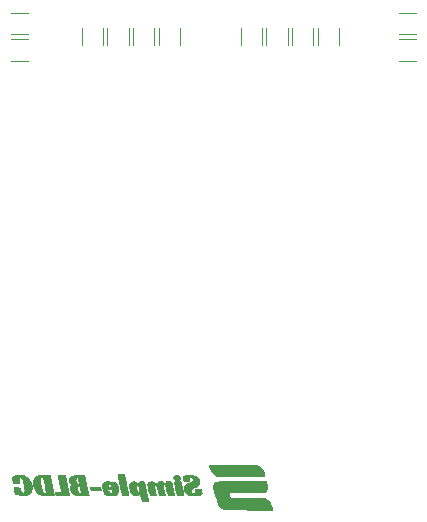
<source format=gbr>
%TF.GenerationSoftware,KiCad,Pcbnew,(5.1.6)-1*%
%TF.CreationDate,2022-01-16T14:30:20+08:00*%
%TF.ProjectId,simple_bldc,73696d70-6c65-45f6-926c-64632e6b6963,1*%
%TF.SameCoordinates,PX6979f40PYa1135a0*%
%TF.FileFunction,Legend,Bot*%
%TF.FilePolarity,Positive*%
%FSLAX46Y46*%
G04 Gerber Fmt 4.6, Leading zero omitted, Abs format (unit mm)*
G04 Created by KiCad (PCBNEW (5.1.6)-1) date 2022-01-16 14:30:20*
%MOMM*%
%LPD*%
G01*
G04 APERTURE LIST*
%ADD10C,0.010000*%
%ADD11C,0.120000*%
G04 APERTURE END LIST*
D10*
%TO.C,H5*%
G36*
X37020864Y7619882D02*
G01*
X36604900Y7619788D01*
X36247703Y7619470D01*
X35944540Y7618800D01*
X35690679Y7617647D01*
X35481387Y7615882D01*
X35311932Y7613376D01*
X35177580Y7609999D01*
X35073599Y7605622D01*
X34995256Y7600115D01*
X34937819Y7593348D01*
X34896555Y7585193D01*
X34866731Y7575520D01*
X34843614Y7564199D01*
X34836734Y7560130D01*
X34750714Y7481985D01*
X34678886Y7372666D01*
X34637396Y7259344D01*
X34632900Y7217105D01*
X34642171Y7149965D01*
X34667809Y7033662D01*
X34706556Y6879420D01*
X34755152Y6698466D01*
X34810337Y6502025D01*
X34868851Y6301324D01*
X34927436Y6107588D01*
X34982832Y5932045D01*
X35031779Y5785919D01*
X35071017Y5680436D01*
X35092577Y5633953D01*
X35215012Y5483500D01*
X35382068Y5362940D01*
X35577773Y5283182D01*
X35621837Y5272461D01*
X35692231Y5264589D01*
X35824247Y5257702D01*
X36016017Y5251831D01*
X36265670Y5247007D01*
X36571335Y5243259D01*
X36931144Y5240618D01*
X37343226Y5239114D01*
X37701780Y5238750D01*
X39624534Y5238750D01*
X39603879Y5326063D01*
X39531561Y5575521D01*
X39442558Y5771680D01*
X39330630Y5923874D01*
X39189537Y6041440D01*
X39086485Y6100137D01*
X38935025Y6175375D01*
X37504582Y6184798D01*
X36074139Y6194220D01*
X36020270Y6396384D01*
X35992354Y6508485D01*
X35972885Y6600685D01*
X35966400Y6648899D01*
X35971325Y6660771D01*
X35989620Y6670637D01*
X36026565Y6678680D01*
X36087443Y6685082D01*
X36177532Y6690025D01*
X36302114Y6693690D01*
X36466471Y6696260D01*
X36675882Y6697915D01*
X36935628Y6698839D01*
X37250990Y6699213D01*
X37428477Y6699250D01*
X37782332Y6699336D01*
X38078396Y6699938D01*
X38322378Y6701573D01*
X38519987Y6704758D01*
X38676932Y6710009D01*
X38798922Y6717844D01*
X38891667Y6728779D01*
X38960875Y6743332D01*
X39012255Y6762018D01*
X39051516Y6785356D01*
X39084368Y6813861D01*
X39116520Y6848051D01*
X39120483Y6852429D01*
X39181312Y6958158D01*
X39212788Y7093238D01*
X39208632Y7227855D01*
X39203942Y7248502D01*
X39178109Y7347170D01*
X39148198Y7461995D01*
X39142209Y7485063D01*
X39107203Y7620000D01*
X37020864Y7619882D01*
G37*
X37020864Y7619882D02*
X36604900Y7619788D01*
X36247703Y7619470D01*
X35944540Y7618800D01*
X35690679Y7617647D01*
X35481387Y7615882D01*
X35311932Y7613376D01*
X35177580Y7609999D01*
X35073599Y7605622D01*
X34995256Y7600115D01*
X34937819Y7593348D01*
X34896555Y7585193D01*
X34866731Y7575520D01*
X34843614Y7564199D01*
X34836734Y7560130D01*
X34750714Y7481985D01*
X34678886Y7372666D01*
X34637396Y7259344D01*
X34632900Y7217105D01*
X34642171Y7149965D01*
X34667809Y7033662D01*
X34706556Y6879420D01*
X34755152Y6698466D01*
X34810337Y6502025D01*
X34868851Y6301324D01*
X34927436Y6107588D01*
X34982832Y5932045D01*
X35031779Y5785919D01*
X35071017Y5680436D01*
X35092577Y5633953D01*
X35215012Y5483500D01*
X35382068Y5362940D01*
X35577773Y5283182D01*
X35621837Y5272461D01*
X35692231Y5264589D01*
X35824247Y5257702D01*
X36016017Y5251831D01*
X36265670Y5247007D01*
X36571335Y5243259D01*
X36931144Y5240618D01*
X37343226Y5239114D01*
X37701780Y5238750D01*
X39624534Y5238750D01*
X39603879Y5326063D01*
X39531561Y5575521D01*
X39442558Y5771680D01*
X39330630Y5923874D01*
X39189537Y6041440D01*
X39086485Y6100137D01*
X38935025Y6175375D01*
X37504582Y6184798D01*
X36074139Y6194220D01*
X36020270Y6396384D01*
X35992354Y6508485D01*
X35972885Y6600685D01*
X35966400Y6648899D01*
X35971325Y6660771D01*
X35989620Y6670637D01*
X36026565Y6678680D01*
X36087443Y6685082D01*
X36177532Y6690025D01*
X36302114Y6693690D01*
X36466471Y6696260D01*
X36675882Y6697915D01*
X36935628Y6698839D01*
X37250990Y6699213D01*
X37428477Y6699250D01*
X37782332Y6699336D01*
X38078396Y6699938D01*
X38322378Y6701573D01*
X38519987Y6704758D01*
X38676932Y6710009D01*
X38798922Y6717844D01*
X38891667Y6728779D01*
X38960875Y6743332D01*
X39012255Y6762018D01*
X39051516Y6785356D01*
X39084368Y6813861D01*
X39116520Y6848051D01*
X39120483Y6852429D01*
X39181312Y6958158D01*
X39212788Y7093238D01*
X39208632Y7227855D01*
X39203942Y7248502D01*
X39178109Y7347170D01*
X39148198Y7461995D01*
X39142209Y7485063D01*
X39107203Y7620000D01*
X37020864Y7619882D01*
G36*
X28470311Y7618446D02*
G01*
X28404374Y7609173D01*
X28367224Y7585263D01*
X28341507Y7539799D01*
X28333348Y7520736D01*
X28297727Y7457525D01*
X28270075Y7456776D01*
X28267463Y7460542D01*
X28210192Y7510045D01*
X28111573Y7558180D01*
X27993393Y7596782D01*
X27877438Y7617684D01*
X27843896Y7619303D01*
X27738212Y7608936D01*
X27657600Y7566626D01*
X27609352Y7522837D01*
X27561740Y7472580D01*
X27533983Y7427766D01*
X27522121Y7370758D01*
X27522198Y7283919D01*
X27529207Y7165649D01*
X27564148Y6913926D01*
X27633019Y6714394D01*
X27736572Y6565106D01*
X27773679Y6530525D01*
X27900732Y6462315D01*
X28051552Y6440578D01*
X28206348Y6465583D01*
X28325191Y6523056D01*
X28396842Y6565457D01*
X28443942Y6581721D01*
X28452063Y6578618D01*
X28463539Y6539392D01*
X28483857Y6453378D01*
X28509438Y6336059D01*
X28521428Y6278563D01*
X28578575Y6000750D01*
X29133401Y6000750D01*
X29107208Y6119813D01*
X29092624Y6187636D01*
X29067578Y6305752D01*
X29034571Y6462293D01*
X28996106Y6645389D01*
X28962791Y6804468D01*
X28392681Y6804468D01*
X28382050Y6754289D01*
X28373571Y6741357D01*
X28314619Y6705212D01*
X28250932Y6731505D01*
X28183898Y6819472D01*
X28163838Y6856790D01*
X28121236Y6969310D01*
X28096482Y7092135D01*
X28090298Y7208275D01*
X28103405Y7300741D01*
X28136524Y7352543D01*
X28142670Y7355533D01*
X28208689Y7350397D01*
X28269780Y7285529D01*
X28323510Y7164647D01*
X28361601Y7020531D01*
X28386055Y6888774D01*
X28392681Y6804468D01*
X28962791Y6804468D01*
X28954685Y6843171D01*
X28951584Y6858000D01*
X28910889Y7052360D01*
X28873765Y7229092D01*
X28842495Y7377382D01*
X28819358Y7486420D01*
X28806634Y7545392D01*
X28805922Y7548563D01*
X28791334Y7587198D01*
X28759498Y7608701D01*
X28695015Y7617995D01*
X28582485Y7620000D01*
X28582388Y7620000D01*
X28470311Y7618446D01*
G37*
X28470311Y7618446D02*
X28404374Y7609173D01*
X28367224Y7585263D01*
X28341507Y7539799D01*
X28333348Y7520736D01*
X28297727Y7457525D01*
X28270075Y7456776D01*
X28267463Y7460542D01*
X28210192Y7510045D01*
X28111573Y7558180D01*
X27993393Y7596782D01*
X27877438Y7617684D01*
X27843896Y7619303D01*
X27738212Y7608936D01*
X27657600Y7566626D01*
X27609352Y7522837D01*
X27561740Y7472580D01*
X27533983Y7427766D01*
X27522121Y7370758D01*
X27522198Y7283919D01*
X27529207Y7165649D01*
X27564148Y6913926D01*
X27633019Y6714394D01*
X27736572Y6565106D01*
X27773679Y6530525D01*
X27900732Y6462315D01*
X28051552Y6440578D01*
X28206348Y6465583D01*
X28325191Y6523056D01*
X28396842Y6565457D01*
X28443942Y6581721D01*
X28452063Y6578618D01*
X28463539Y6539392D01*
X28483857Y6453378D01*
X28509438Y6336059D01*
X28521428Y6278563D01*
X28578575Y6000750D01*
X29133401Y6000750D01*
X29107208Y6119813D01*
X29092624Y6187636D01*
X29067578Y6305752D01*
X29034571Y6462293D01*
X28996106Y6645389D01*
X28962791Y6804468D01*
X28392681Y6804468D01*
X28382050Y6754289D01*
X28373571Y6741357D01*
X28314619Y6705212D01*
X28250932Y6731505D01*
X28183898Y6819472D01*
X28163838Y6856790D01*
X28121236Y6969310D01*
X28096482Y7092135D01*
X28090298Y7208275D01*
X28103405Y7300741D01*
X28136524Y7352543D01*
X28142670Y7355533D01*
X28208689Y7350397D01*
X28269780Y7285529D01*
X28323510Y7164647D01*
X28361601Y7020531D01*
X28386055Y6888774D01*
X28392681Y6804468D01*
X28962791Y6804468D01*
X28954685Y6843171D01*
X28951584Y6858000D01*
X28910889Y7052360D01*
X28873765Y7229092D01*
X28842495Y7377382D01*
X28819358Y7486420D01*
X28806634Y7545392D01*
X28805922Y7548563D01*
X28791334Y7587198D01*
X28759498Y7608701D01*
X28695015Y7617995D01*
X28582485Y7620000D01*
X28582388Y7620000D01*
X28470311Y7618446D01*
G36*
X32478151Y8167860D02*
G01*
X32313368Y8145594D01*
X32200508Y8108914D01*
X32131527Y8069585D01*
X32094549Y8025531D01*
X32086265Y7961555D01*
X32103364Y7862465D01*
X32126848Y7770813D01*
X32158848Y7651750D01*
X32600900Y7651750D01*
X32600900Y7774863D01*
X32622046Y7887347D01*
X32677225Y7952691D01*
X32754046Y7967085D01*
X32840122Y7926716D01*
X32897554Y7866127D01*
X32940703Y7789799D01*
X32940291Y7719200D01*
X32932143Y7692689D01*
X32914474Y7652753D01*
X32886514Y7620450D01*
X32837823Y7590538D01*
X32757961Y7557775D01*
X32636488Y7516919D01*
X32492193Y7471746D01*
X32340033Y7410008D01*
X32242029Y7329606D01*
X32189220Y7218829D01*
X32172643Y7065967D01*
X32172606Y7054110D01*
X32197075Y6856986D01*
X32270728Y6699368D01*
X32395131Y6579247D01*
X32571851Y6494612D01*
X32620010Y6479968D01*
X32732983Y6460485D01*
X32885100Y6450013D01*
X33056636Y6448196D01*
X33227864Y6454678D01*
X33379057Y6469104D01*
X33490488Y6491117D01*
X33505008Y6495933D01*
X33589666Y6530486D01*
X33647681Y6560626D01*
X33656597Y6567497D01*
X33663246Y6609872D01*
X33653717Y6692458D01*
X33637961Y6765114D01*
X33593970Y6937375D01*
X33351435Y6946649D01*
X33108900Y6955922D01*
X33108900Y6845729D01*
X33086725Y6733001D01*
X33029768Y6662781D01*
X32952382Y6637354D01*
X32868923Y6659006D01*
X32793742Y6730021D01*
X32761346Y6790407D01*
X32738901Y6879710D01*
X32757933Y6950041D01*
X32815721Y7014256D01*
X32904178Y7073200D01*
X32993475Y7108558D01*
X33021715Y7112000D01*
X33072339Y7125436D01*
X33157415Y7160054D01*
X33226694Y7192734D01*
X33368674Y7287341D01*
X33452434Y7403635D01*
X33481324Y7547768D01*
X33474162Y7647200D01*
X33422432Y7792117D01*
X33318183Y7926325D01*
X33172393Y8038798D01*
X33008936Y8114305D01*
X32847141Y8152357D01*
X32663144Y8170162D01*
X32478151Y8167860D01*
G37*
X32478151Y8167860D02*
X32313368Y8145594D01*
X32200508Y8108914D01*
X32131527Y8069585D01*
X32094549Y8025531D01*
X32086265Y7961555D01*
X32103364Y7862465D01*
X32126848Y7770813D01*
X32158848Y7651750D01*
X32600900Y7651750D01*
X32600900Y7774863D01*
X32622046Y7887347D01*
X32677225Y7952691D01*
X32754046Y7967085D01*
X32840122Y7926716D01*
X32897554Y7866127D01*
X32940703Y7789799D01*
X32940291Y7719200D01*
X32932143Y7692689D01*
X32914474Y7652753D01*
X32886514Y7620450D01*
X32837823Y7590538D01*
X32757961Y7557775D01*
X32636488Y7516919D01*
X32492193Y7471746D01*
X32340033Y7410008D01*
X32242029Y7329606D01*
X32189220Y7218829D01*
X32172643Y7065967D01*
X32172606Y7054110D01*
X32197075Y6856986D01*
X32270728Y6699368D01*
X32395131Y6579247D01*
X32571851Y6494612D01*
X32620010Y6479968D01*
X32732983Y6460485D01*
X32885100Y6450013D01*
X33056636Y6448196D01*
X33227864Y6454678D01*
X33379057Y6469104D01*
X33490488Y6491117D01*
X33505008Y6495933D01*
X33589666Y6530486D01*
X33647681Y6560626D01*
X33656597Y6567497D01*
X33663246Y6609872D01*
X33653717Y6692458D01*
X33637961Y6765114D01*
X33593970Y6937375D01*
X33351435Y6946649D01*
X33108900Y6955922D01*
X33108900Y6845729D01*
X33086725Y6733001D01*
X33029768Y6662781D01*
X32952382Y6637354D01*
X32868923Y6659006D01*
X32793742Y6730021D01*
X32761346Y6790407D01*
X32738901Y6879710D01*
X32757933Y6950041D01*
X32815721Y7014256D01*
X32904178Y7073200D01*
X32993475Y7108558D01*
X33021715Y7112000D01*
X33072339Y7125436D01*
X33157415Y7160054D01*
X33226694Y7192734D01*
X33368674Y7287341D01*
X33452434Y7403635D01*
X33481324Y7547768D01*
X33474162Y7647200D01*
X33422432Y7792117D01*
X33318183Y7926325D01*
X33172393Y8038798D01*
X33008936Y8114305D01*
X32847141Y8152357D01*
X32663144Y8170162D01*
X32478151Y8167860D01*
G36*
X31457256Y7616885D02*
G01*
X31370625Y7606857D01*
X31333335Y7588894D01*
X31330653Y7580313D01*
X31336981Y7537582D01*
X31354687Y7443674D01*
X31381600Y7309449D01*
X31415550Y7145767D01*
X31448031Y6992938D01*
X31565656Y6445250D01*
X32116452Y6445250D01*
X32090940Y6580188D01*
X32074659Y6662074D01*
X32048448Y6789341D01*
X32015838Y6945309D01*
X31980355Y7113303D01*
X31945530Y7276644D01*
X31914890Y7418655D01*
X31891965Y7522658D01*
X31886052Y7548563D01*
X31873705Y7583322D01*
X31847600Y7604504D01*
X31794377Y7615448D01*
X31700681Y7619490D01*
X31600171Y7620000D01*
X31457256Y7616885D01*
G37*
X31457256Y7616885D02*
X31370625Y7606857D01*
X31333335Y7588894D01*
X31330653Y7580313D01*
X31336981Y7537582D01*
X31354687Y7443674D01*
X31381600Y7309449D01*
X31415550Y7145767D01*
X31448031Y6992938D01*
X31565656Y6445250D01*
X32116452Y6445250D01*
X32090940Y6580188D01*
X32074659Y6662074D01*
X32048448Y6789341D01*
X32015838Y6945309D01*
X31980355Y7113303D01*
X31945530Y7276644D01*
X31914890Y7418655D01*
X31891965Y7522658D01*
X31886052Y7548563D01*
X31873705Y7583322D01*
X31847600Y7604504D01*
X31794377Y7615448D01*
X31700681Y7619490D01*
X31600171Y7620000D01*
X31457256Y7616885D01*
G36*
X29261962Y7607410D02*
G01*
X29154722Y7536219D01*
X29154509Y7535989D01*
X29115982Y7487398D01*
X29092011Y7433469D01*
X29082793Y7363909D01*
X29088527Y7268423D01*
X29109409Y7136717D01*
X29145638Y6958499D01*
X29167525Y6858000D01*
X29254960Y6461125D01*
X29515055Y6451904D01*
X29647880Y6449405D01*
X29728260Y6454413D01*
X29766962Y6468392D01*
X29775150Y6487225D01*
X29769071Y6534150D01*
X29752491Y6629601D01*
X29727903Y6759949D01*
X29697797Y6911564D01*
X29695980Y6920497D01*
X29667124Y7070879D01*
X29645877Y7198946D01*
X29634145Y7291791D01*
X29633834Y7336511D01*
X29634354Y7337613D01*
X29683032Y7364673D01*
X29752759Y7353591D01*
X29815218Y7310438D01*
X29835118Y7266300D01*
X29864420Y7174824D01*
X29899400Y7050800D01*
X29936334Y6909021D01*
X29971500Y6764277D01*
X30001173Y6631359D01*
X30021631Y6525057D01*
X30029150Y6460620D01*
X30058410Y6453525D01*
X30136238Y6448164D01*
X30247709Y6445427D01*
X30286592Y6445250D01*
X30413348Y6446083D01*
X30488594Y6450954D01*
X30524319Y6463422D01*
X30532510Y6487047D01*
X30527222Y6516688D01*
X30492714Y6672125D01*
X30459848Y6835778D01*
X30430845Y6994544D01*
X30407929Y7135323D01*
X30393323Y7245011D01*
X30389250Y7310506D01*
X30390802Y7320774D01*
X30430371Y7361430D01*
X30450711Y7366001D01*
X30504527Y7355756D01*
X30549239Y7319530D01*
X30588872Y7249087D01*
X30627448Y7136192D01*
X30668990Y6972607D01*
X30691119Y6873875D01*
X30781160Y6461125D01*
X31056030Y6451952D01*
X31179167Y6448820D01*
X31273759Y6448276D01*
X31325385Y6450321D01*
X31330786Y6451952D01*
X31324435Y6488754D01*
X31307306Y6575307D01*
X31281991Y6699288D01*
X31251085Y6848373D01*
X31217181Y7010237D01*
X31182873Y7172556D01*
X31150755Y7323006D01*
X31123419Y7449262D01*
X31103460Y7539001D01*
X31093471Y7579898D01*
X31093327Y7580313D01*
X31050990Y7605476D01*
X30947520Y7618289D01*
X30869870Y7620001D01*
X30757379Y7618506D01*
X30691749Y7609687D01*
X30656345Y7587037D01*
X30634534Y7544050D01*
X30627850Y7525346D01*
X30594853Y7430691D01*
X30483523Y7515607D01*
X30374088Y7574662D01*
X30242731Y7610612D01*
X30109874Y7621391D01*
X29995934Y7604932D01*
X29932770Y7571352D01*
X29885571Y7514229D01*
X29870400Y7473516D01*
X29846604Y7462261D01*
X29776982Y7491133D01*
X29719588Y7524117D01*
X29554406Y7601149D01*
X29398527Y7628983D01*
X29261962Y7607410D01*
G37*
X29261962Y7607410D02*
X29154722Y7536219D01*
X29154509Y7535989D01*
X29115982Y7487398D01*
X29092011Y7433469D01*
X29082793Y7363909D01*
X29088527Y7268423D01*
X29109409Y7136717D01*
X29145638Y6958499D01*
X29167525Y6858000D01*
X29254960Y6461125D01*
X29515055Y6451904D01*
X29647880Y6449405D01*
X29728260Y6454413D01*
X29766962Y6468392D01*
X29775150Y6487225D01*
X29769071Y6534150D01*
X29752491Y6629601D01*
X29727903Y6759949D01*
X29697797Y6911564D01*
X29695980Y6920497D01*
X29667124Y7070879D01*
X29645877Y7198946D01*
X29634145Y7291791D01*
X29633834Y7336511D01*
X29634354Y7337613D01*
X29683032Y7364673D01*
X29752759Y7353591D01*
X29815218Y7310438D01*
X29835118Y7266300D01*
X29864420Y7174824D01*
X29899400Y7050800D01*
X29936334Y6909021D01*
X29971500Y6764277D01*
X30001173Y6631359D01*
X30021631Y6525057D01*
X30029150Y6460620D01*
X30058410Y6453525D01*
X30136238Y6448164D01*
X30247709Y6445427D01*
X30286592Y6445250D01*
X30413348Y6446083D01*
X30488594Y6450954D01*
X30524319Y6463422D01*
X30532510Y6487047D01*
X30527222Y6516688D01*
X30492714Y6672125D01*
X30459848Y6835778D01*
X30430845Y6994544D01*
X30407929Y7135323D01*
X30393323Y7245011D01*
X30389250Y7310506D01*
X30390802Y7320774D01*
X30430371Y7361430D01*
X30450711Y7366001D01*
X30504527Y7355756D01*
X30549239Y7319530D01*
X30588872Y7249087D01*
X30627448Y7136192D01*
X30668990Y6972607D01*
X30691119Y6873875D01*
X30781160Y6461125D01*
X31056030Y6451952D01*
X31179167Y6448820D01*
X31273759Y6448276D01*
X31325385Y6450321D01*
X31330786Y6451952D01*
X31324435Y6488754D01*
X31307306Y6575307D01*
X31281991Y6699288D01*
X31251085Y6848373D01*
X31217181Y7010237D01*
X31182873Y7172556D01*
X31150755Y7323006D01*
X31123419Y7449262D01*
X31103460Y7539001D01*
X31093471Y7579898D01*
X31093327Y7580313D01*
X31050990Y7605476D01*
X30947520Y7618289D01*
X30869870Y7620001D01*
X30757379Y7618506D01*
X30691749Y7609687D01*
X30656345Y7587037D01*
X30634534Y7544050D01*
X30627850Y7525346D01*
X30594853Y7430691D01*
X30483523Y7515607D01*
X30374088Y7574662D01*
X30242731Y7610612D01*
X30109874Y7621391D01*
X29995934Y7604932D01*
X29932770Y7571352D01*
X29885571Y7514229D01*
X29870400Y7473516D01*
X29846604Y7462261D01*
X29776982Y7491133D01*
X29719588Y7524117D01*
X29554406Y7601149D01*
X29398527Y7628983D01*
X29261962Y7607410D01*
G36*
X26682590Y8254305D02*
G01*
X26600878Y8250135D01*
X26559543Y8239361D01*
X26547024Y8218855D01*
X26551760Y8185490D01*
X26552210Y8183563D01*
X26566270Y8120815D01*
X26590191Y8010971D01*
X26621907Y7863766D01*
X26659353Y7688933D01*
X26700463Y7496206D01*
X26743173Y7295318D01*
X26785416Y7096004D01*
X26825127Y6907996D01*
X26860240Y6741030D01*
X26888691Y6604837D01*
X26908412Y6509153D01*
X26917340Y6463710D01*
X26917650Y6461432D01*
X26946987Y6454169D01*
X27025350Y6448594D01*
X27138274Y6445561D01*
X27191680Y6445250D01*
X27465709Y6445250D01*
X27446712Y6564313D01*
X27435006Y6627896D01*
X27412162Y6743576D01*
X27380221Y6901330D01*
X27341225Y7091139D01*
X27297215Y7302980D01*
X27262377Y7469188D01*
X27097039Y8255000D01*
X26816240Y8255000D01*
X26682590Y8254305D01*
G37*
X26682590Y8254305D02*
X26600878Y8250135D01*
X26559543Y8239361D01*
X26547024Y8218855D01*
X26551760Y8185490D01*
X26552210Y8183563D01*
X26566270Y8120815D01*
X26590191Y8010971D01*
X26621907Y7863766D01*
X26659353Y7688933D01*
X26700463Y7496206D01*
X26743173Y7295318D01*
X26785416Y7096004D01*
X26825127Y6907996D01*
X26860240Y6741030D01*
X26888691Y6604837D01*
X26908412Y6509153D01*
X26917340Y6463710D01*
X26917650Y6461432D01*
X26946987Y6454169D01*
X27025350Y6448594D01*
X27138274Y6445561D01*
X27191680Y6445250D01*
X27465709Y6445250D01*
X27446712Y6564313D01*
X27435006Y6627896D01*
X27412162Y6743576D01*
X27380221Y6901330D01*
X27341225Y7091139D01*
X27297215Y7302980D01*
X27262377Y7469188D01*
X27097039Y8255000D01*
X26816240Y8255000D01*
X26682590Y8254305D01*
G36*
X25617544Y7617011D02*
G01*
X25521129Y7605464D01*
X25448888Y7581497D01*
X25390408Y7547495D01*
X25289806Y7445506D01*
X25244013Y7316400D01*
X25255527Y7169050D01*
X25270760Y7122004D01*
X25316808Y7000875D01*
X25706104Y6991948D01*
X26095400Y6983020D01*
X26085838Y6817323D01*
X26076422Y6718187D01*
X26058103Y6666163D01*
X26023587Y6644880D01*
X26007659Y6641849D01*
X25938618Y6658649D01*
X25860222Y6731193D01*
X25848909Y6745036D01*
X25795555Y6806855D01*
X25746494Y6840680D01*
X25680035Y6854919D01*
X25574490Y6857983D01*
X25557547Y6858000D01*
X25356319Y6858000D01*
X25377873Y6723063D01*
X25402821Y6629448D01*
X25438822Y6560274D01*
X25450634Y6548144D01*
X25548122Y6500443D01*
X25689534Y6466337D01*
X25856581Y6446696D01*
X26030977Y6442390D01*
X26194434Y6454287D01*
X26328664Y6483258D01*
X26378396Y6504039D01*
X26515807Y6608916D01*
X26600001Y6748084D01*
X26629529Y6919062D01*
X26629485Y6934133D01*
X26602293Y7147910D01*
X26596542Y7161202D01*
X26028650Y7161202D01*
X26011547Y7129096D01*
X25952022Y7114321D01*
X25885775Y7112000D01*
X25742900Y7112000D01*
X25742900Y7268105D01*
X25752622Y7380495D01*
X25784185Y7436240D01*
X25841193Y7439516D01*
X25877509Y7424269D01*
X25935042Y7370728D01*
X25989543Y7284653D01*
X26024104Y7195476D01*
X26028650Y7161202D01*
X26596542Y7161202D01*
X26527292Y7321252D01*
X26403868Y7454640D01*
X26231409Y7548557D01*
X26009302Y7603485D01*
X25757708Y7620000D01*
X25617544Y7617011D01*
G37*
X25617544Y7617011D02*
X25521129Y7605464D01*
X25448888Y7581497D01*
X25390408Y7547495D01*
X25289806Y7445506D01*
X25244013Y7316400D01*
X25255527Y7169050D01*
X25270760Y7122004D01*
X25316808Y7000875D01*
X25706104Y6991948D01*
X26095400Y6983020D01*
X26085838Y6817323D01*
X26076422Y6718187D01*
X26058103Y6666163D01*
X26023587Y6644880D01*
X26007659Y6641849D01*
X25938618Y6658649D01*
X25860222Y6731193D01*
X25848909Y6745036D01*
X25795555Y6806855D01*
X25746494Y6840680D01*
X25680035Y6854919D01*
X25574490Y6857983D01*
X25557547Y6858000D01*
X25356319Y6858000D01*
X25377873Y6723063D01*
X25402821Y6629448D01*
X25438822Y6560274D01*
X25450634Y6548144D01*
X25548122Y6500443D01*
X25689534Y6466337D01*
X25856581Y6446696D01*
X26030977Y6442390D01*
X26194434Y6454287D01*
X26328664Y6483258D01*
X26378396Y6504039D01*
X26515807Y6608916D01*
X26600001Y6748084D01*
X26629529Y6919062D01*
X26629485Y6934133D01*
X26602293Y7147910D01*
X26596542Y7161202D01*
X26028650Y7161202D01*
X26011547Y7129096D01*
X25952022Y7114321D01*
X25885775Y7112000D01*
X25742900Y7112000D01*
X25742900Y7268105D01*
X25752622Y7380495D01*
X25784185Y7436240D01*
X25841193Y7439516D01*
X25877509Y7424269D01*
X25935042Y7370728D01*
X25989543Y7284653D01*
X26024104Y7195476D01*
X26028650Y7161202D01*
X26596542Y7161202D01*
X26527292Y7321252D01*
X26403868Y7454640D01*
X26231409Y7548557D01*
X26009302Y7603485D01*
X25757708Y7620000D01*
X25617544Y7617011D01*
G36*
X23369175Y8158566D02*
G01*
X23210758Y8152261D01*
X23051122Y8142632D01*
X22902663Y8130240D01*
X22777778Y8115645D01*
X22688865Y8099409D01*
X22660684Y8090382D01*
X22543291Y8008989D01*
X22473344Y7896638D01*
X22452103Y7765951D01*
X22480830Y7629550D01*
X22560786Y7500058D01*
X22597887Y7461683D01*
X22717430Y7350125D01*
X22629561Y7278568D01*
X22553754Y7179112D01*
X22521092Y7051276D01*
X22529495Y6911255D01*
X22576884Y6775246D01*
X22661180Y6659443D01*
X22714711Y6615402D01*
X22796697Y6562710D01*
X22873344Y6523633D01*
X22956488Y6495835D01*
X23057966Y6476984D01*
X23189617Y6464745D01*
X23363276Y6456784D01*
X23544213Y6451837D01*
X23722677Y6448612D01*
X23876809Y6447675D01*
X23996381Y6448937D01*
X24071168Y6452308D01*
X24091900Y6456626D01*
X24085540Y6491178D01*
X24067619Y6579495D01*
X24048817Y6670133D01*
X23450637Y6670133D01*
X23434318Y6643818D01*
X23399625Y6638120D01*
X23354727Y6641676D01*
X23264264Y6670427D01*
X23189598Y6745785D01*
X23180102Y6759508D01*
X23119601Y6899424D01*
X23107650Y7015096D01*
X23119306Y7136874D01*
X23158602Y7207822D01*
X23232033Y7236987D01*
X23268406Y7239000D01*
X23310365Y7235293D01*
X23339274Y7215899D01*
X23361602Y7168412D01*
X23383817Y7080423D01*
X23404955Y6977063D01*
X23434393Y6826327D01*
X23450141Y6727493D01*
X23450637Y6670133D01*
X24048817Y6670133D01*
X24039872Y6713250D01*
X24004040Y6884114D01*
X23961858Y7083762D01*
X23917337Y7293205D01*
X23883361Y7453313D01*
X23296849Y7453313D01*
X23273112Y7431722D01*
X23209726Y7436595D01*
X23128521Y7464752D01*
X23041188Y7538334D01*
X22991658Y7659821D01*
X22980650Y7776357D01*
X22998872Y7886565D01*
X23049691Y7951541D01*
X23127341Y7963992D01*
X23128821Y7963715D01*
X23164551Y7937867D01*
X23197679Y7869026D01*
X23232293Y7748064D01*
X23240170Y7715031D01*
X23266756Y7598590D01*
X23286747Y7506829D01*
X23296467Y7456706D01*
X23296849Y7453313D01*
X23883361Y7453313D01*
X23870664Y7513146D01*
X23828693Y7712812D01*
X23793169Y7883749D01*
X23765838Y8017504D01*
X23748444Y8105621D01*
X23742712Y8139331D01*
X23713141Y8151929D01*
X23632763Y8158961D01*
X23513976Y8160986D01*
X23369175Y8158566D01*
G37*
X23369175Y8158566D02*
X23210758Y8152261D01*
X23051122Y8142632D01*
X22902663Y8130240D01*
X22777778Y8115645D01*
X22688865Y8099409D01*
X22660684Y8090382D01*
X22543291Y8008989D01*
X22473344Y7896638D01*
X22452103Y7765951D01*
X22480830Y7629550D01*
X22560786Y7500058D01*
X22597887Y7461683D01*
X22717430Y7350125D01*
X22629561Y7278568D01*
X22553754Y7179112D01*
X22521092Y7051276D01*
X22529495Y6911255D01*
X22576884Y6775246D01*
X22661180Y6659443D01*
X22714711Y6615402D01*
X22796697Y6562710D01*
X22873344Y6523633D01*
X22956488Y6495835D01*
X23057966Y6476984D01*
X23189617Y6464745D01*
X23363276Y6456784D01*
X23544213Y6451837D01*
X23722677Y6448612D01*
X23876809Y6447675D01*
X23996381Y6448937D01*
X24071168Y6452308D01*
X24091900Y6456626D01*
X24085540Y6491178D01*
X24067619Y6579495D01*
X24048817Y6670133D01*
X23450637Y6670133D01*
X23434318Y6643818D01*
X23399625Y6638120D01*
X23354727Y6641676D01*
X23264264Y6670427D01*
X23189598Y6745785D01*
X23180102Y6759508D01*
X23119601Y6899424D01*
X23107650Y7015096D01*
X23119306Y7136874D01*
X23158602Y7207822D01*
X23232033Y7236987D01*
X23268406Y7239000D01*
X23310365Y7235293D01*
X23339274Y7215899D01*
X23361602Y7168412D01*
X23383817Y7080423D01*
X23404955Y6977063D01*
X23434393Y6826327D01*
X23450141Y6727493D01*
X23450637Y6670133D01*
X24048817Y6670133D01*
X24039872Y6713250D01*
X24004040Y6884114D01*
X23961858Y7083762D01*
X23917337Y7293205D01*
X23883361Y7453313D01*
X23296849Y7453313D01*
X23273112Y7431722D01*
X23209726Y7436595D01*
X23128521Y7464752D01*
X23041188Y7538334D01*
X22991658Y7659821D01*
X22980650Y7776357D01*
X22998872Y7886565D01*
X23049691Y7951541D01*
X23127341Y7963992D01*
X23128821Y7963715D01*
X23164551Y7937867D01*
X23197679Y7869026D01*
X23232293Y7748064D01*
X23240170Y7715031D01*
X23266756Y7598590D01*
X23286747Y7506829D01*
X23296467Y7456706D01*
X23296849Y7453313D01*
X23883361Y7453313D01*
X23870664Y7513146D01*
X23828693Y7712812D01*
X23793169Y7883749D01*
X23765838Y8017504D01*
X23748444Y8105621D01*
X23742712Y8139331D01*
X23713141Y8151929D01*
X23632763Y8158961D01*
X23513976Y8160986D01*
X23369175Y8158566D01*
G36*
X21654345Y8158831D02*
G01*
X21554688Y8156680D01*
X21497093Y8153510D01*
X21488400Y8151533D01*
X21494745Y8119488D01*
X21512492Y8034476D01*
X21539713Y7905614D01*
X21574480Y7742019D01*
X21614864Y7552809D01*
X21631120Y7476846D01*
X21673430Y7276791D01*
X21710772Y7095497D01*
X21741169Y6942945D01*
X21762647Y6829121D01*
X21773230Y6764005D01*
X21773995Y6754813D01*
X21766479Y6727076D01*
X21735535Y6710352D01*
X21668854Y6701989D01*
X21554128Y6699333D01*
X21516182Y6699250D01*
X21258213Y6699250D01*
X21278057Y6600032D01*
X21292011Y6522185D01*
X21297900Y6473293D01*
X21297900Y6473032D01*
X21327984Y6464182D01*
X21411575Y6456497D01*
X21538686Y6450459D01*
X21699327Y6446551D01*
X21872797Y6445250D01*
X22085222Y6446205D01*
X22240798Y6449380D01*
X22346153Y6455246D01*
X22407912Y6464272D01*
X22432703Y6476927D01*
X22433244Y6484938D01*
X22423063Y6525631D01*
X22401819Y6619842D01*
X22371389Y6758923D01*
X22333649Y6934225D01*
X22290475Y7137099D01*
X22247284Y7342018D01*
X22075775Y8159410D01*
X21782088Y8159580D01*
X21654345Y8158831D01*
G37*
X21654345Y8158831D02*
X21554688Y8156680D01*
X21497093Y8153510D01*
X21488400Y8151533D01*
X21494745Y8119488D01*
X21512492Y8034476D01*
X21539713Y7905614D01*
X21574480Y7742019D01*
X21614864Y7552809D01*
X21631120Y7476846D01*
X21673430Y7276791D01*
X21710772Y7095497D01*
X21741169Y6942945D01*
X21762647Y6829121D01*
X21773230Y6764005D01*
X21773995Y6754813D01*
X21766479Y6727076D01*
X21735535Y6710352D01*
X21668854Y6701989D01*
X21554128Y6699333D01*
X21516182Y6699250D01*
X21258213Y6699250D01*
X21278057Y6600032D01*
X21292011Y6522185D01*
X21297900Y6473293D01*
X21297900Y6473032D01*
X21327984Y6464182D01*
X21411575Y6456497D01*
X21538686Y6450459D01*
X21699327Y6446551D01*
X21872797Y6445250D01*
X22085222Y6446205D01*
X22240798Y6449380D01*
X22346153Y6455246D01*
X22407912Y6464272D01*
X22432703Y6476927D01*
X22433244Y6484938D01*
X22423063Y6525631D01*
X22401819Y6619842D01*
X22371389Y6758923D01*
X22333649Y6934225D01*
X22290475Y7137099D01*
X22247284Y7342018D01*
X22075775Y8159410D01*
X21782088Y8159580D01*
X21654345Y8158831D01*
G36*
X20552463Y8158001D02*
G01*
X20396329Y8155715D01*
X20289838Y8153242D01*
X20087221Y8146599D01*
X19936762Y8138017D01*
X19827123Y8126167D01*
X19746964Y8109716D01*
X19684948Y8087333D01*
X19670694Y8080526D01*
X19558777Y7990972D01*
X19477184Y7857023D01*
X19426136Y7690195D01*
X19405857Y7502004D01*
X19416569Y7303969D01*
X19458496Y7107604D01*
X19531859Y6924428D01*
X19636882Y6765957D01*
X19645088Y6756470D01*
X19740326Y6658765D01*
X19838547Y6584623D01*
X19950619Y6530653D01*
X20087412Y6493465D01*
X20259793Y6469666D01*
X20478633Y6455868D01*
X20623213Y6451300D01*
X20833629Y6448075D01*
X20991868Y6449789D01*
X21094444Y6456311D01*
X21137870Y6467514D01*
X21139150Y6470325D01*
X21132758Y6508724D01*
X21114748Y6600683D01*
X21099537Y6675438D01*
X20504178Y6675438D01*
X20479617Y6641007D01*
X20412941Y6642676D01*
X20338957Y6669039D01*
X20257498Y6732896D01*
X20177589Y6841143D01*
X20111837Y6975637D01*
X20097285Y7016750D01*
X20072429Y7110886D01*
X20044095Y7244043D01*
X20015709Y7396524D01*
X19990698Y7548630D01*
X19972489Y7680663D01*
X19964508Y7772924D01*
X19964400Y7780642D01*
X19990992Y7884857D01*
X20063811Y7950934D01*
X20150707Y7969250D01*
X20237227Y7969250D01*
X20370716Y7342188D01*
X20411363Y7149350D01*
X20447020Y6976558D01*
X20475676Y6833850D01*
X20495323Y6731267D01*
X20503950Y6678847D01*
X20504178Y6675438D01*
X21099537Y6675438D01*
X21086870Y6737683D01*
X21050877Y6911208D01*
X21008518Y7112741D01*
X20964525Y7319808D01*
X20917886Y7538776D01*
X20875942Y7736698D01*
X20840434Y7905287D01*
X20813101Y8036253D01*
X20795682Y8121309D01*
X20789900Y8152046D01*
X20759951Y8156141D01*
X20677238Y8158134D01*
X20552463Y8158001D01*
G37*
X20552463Y8158001D02*
X20396329Y8155715D01*
X20289838Y8153242D01*
X20087221Y8146599D01*
X19936762Y8138017D01*
X19827123Y8126167D01*
X19746964Y8109716D01*
X19684948Y8087333D01*
X19670694Y8080526D01*
X19558777Y7990972D01*
X19477184Y7857023D01*
X19426136Y7690195D01*
X19405857Y7502004D01*
X19416569Y7303969D01*
X19458496Y7107604D01*
X19531859Y6924428D01*
X19636882Y6765957D01*
X19645088Y6756470D01*
X19740326Y6658765D01*
X19838547Y6584623D01*
X19950619Y6530653D01*
X20087412Y6493465D01*
X20259793Y6469666D01*
X20478633Y6455868D01*
X20623213Y6451300D01*
X20833629Y6448075D01*
X20991868Y6449789D01*
X21094444Y6456311D01*
X21137870Y6467514D01*
X21139150Y6470325D01*
X21132758Y6508724D01*
X21114748Y6600683D01*
X21099537Y6675438D01*
X20504178Y6675438D01*
X20479617Y6641007D01*
X20412941Y6642676D01*
X20338957Y6669039D01*
X20257498Y6732896D01*
X20177589Y6841143D01*
X20111837Y6975637D01*
X20097285Y7016750D01*
X20072429Y7110886D01*
X20044095Y7244043D01*
X20015709Y7396524D01*
X19990698Y7548630D01*
X19972489Y7680663D01*
X19964508Y7772924D01*
X19964400Y7780642D01*
X19990992Y7884857D01*
X20063811Y7950934D01*
X20150707Y7969250D01*
X20237227Y7969250D01*
X20370716Y7342188D01*
X20411363Y7149350D01*
X20447020Y6976558D01*
X20475676Y6833850D01*
X20495323Y6731267D01*
X20503950Y6678847D01*
X20504178Y6675438D01*
X21099537Y6675438D01*
X21086870Y6737683D01*
X21050877Y6911208D01*
X21008518Y7112741D01*
X20964525Y7319808D01*
X20917886Y7538776D01*
X20875942Y7736698D01*
X20840434Y7905287D01*
X20813101Y8036253D01*
X20795682Y8121309D01*
X20789900Y8152046D01*
X20759951Y8156141D01*
X20677238Y8158134D01*
X20552463Y8158001D01*
G36*
X17979727Y8146064D02*
G01*
X17800396Y8099382D01*
X17797463Y8098264D01*
X17696440Y8056372D01*
X17639905Y8016023D01*
X17619882Y7960199D01*
X17628393Y7871886D01*
X17647684Y7778750D01*
X17676247Y7644952D01*
X17699000Y7560741D01*
X17728015Y7514776D01*
X17775363Y7495714D01*
X17853116Y7492213D01*
X17951814Y7493000D01*
X18192268Y7493000D01*
X18185395Y7659688D01*
X18180656Y7801663D01*
X18182899Y7891918D01*
X18195570Y7942135D01*
X18222117Y7963997D01*
X18265986Y7969186D01*
X18276730Y7969250D01*
X18368037Y7946450D01*
X18446890Y7875316D01*
X18515793Y7751753D01*
X18577252Y7571665D01*
X18616211Y7414194D01*
X18648575Y7238080D01*
X18668534Y7065780D01*
X18675843Y6909713D01*
X18670258Y6782299D01*
X18651536Y6695958D01*
X18630900Y6666868D01*
X18542611Y6641841D01*
X18458026Y6677395D01*
X18380777Y6770611D01*
X18314496Y6918570D01*
X18313276Y6922161D01*
X18254482Y7096125D01*
X18014066Y7105399D01*
X17895589Y7109543D01*
X17821170Y7103718D01*
X17784129Y7077058D01*
X17777786Y7018693D01*
X17795461Y6917756D01*
X17823314Y6795057D01*
X17872978Y6576703D01*
X18067604Y6510977D01*
X18272028Y6461840D01*
X18491685Y6442538D01*
X18705812Y6452861D01*
X18893643Y6492595D01*
X18964275Y6520118D01*
X19106930Y6610029D01*
X19203924Y6729112D01*
X19259643Y6885627D01*
X19278474Y7087837D01*
X19278490Y7112000D01*
X19272601Y7250295D01*
X19258684Y7382634D01*
X19240071Y7479004D01*
X19149208Y7687460D01*
X19008466Y7871883D01*
X18829914Y8020240D01*
X18625620Y8120498D01*
X18583764Y8133431D01*
X18399925Y8164363D01*
X18189074Y8168149D01*
X17979727Y8146064D01*
G37*
X17979727Y8146064D02*
X17800396Y8099382D01*
X17797463Y8098264D01*
X17696440Y8056372D01*
X17639905Y8016023D01*
X17619882Y7960199D01*
X17628393Y7871886D01*
X17647684Y7778750D01*
X17676247Y7644952D01*
X17699000Y7560741D01*
X17728015Y7514776D01*
X17775363Y7495714D01*
X17853116Y7492213D01*
X17951814Y7493000D01*
X18192268Y7493000D01*
X18185395Y7659688D01*
X18180656Y7801663D01*
X18182899Y7891918D01*
X18195570Y7942135D01*
X18222117Y7963997D01*
X18265986Y7969186D01*
X18276730Y7969250D01*
X18368037Y7946450D01*
X18446890Y7875316D01*
X18515793Y7751753D01*
X18577252Y7571665D01*
X18616211Y7414194D01*
X18648575Y7238080D01*
X18668534Y7065780D01*
X18675843Y6909713D01*
X18670258Y6782299D01*
X18651536Y6695958D01*
X18630900Y6666868D01*
X18542611Y6641841D01*
X18458026Y6677395D01*
X18380777Y6770611D01*
X18314496Y6918570D01*
X18313276Y6922161D01*
X18254482Y7096125D01*
X18014066Y7105399D01*
X17895589Y7109543D01*
X17821170Y7103718D01*
X17784129Y7077058D01*
X17777786Y7018693D01*
X17795461Y6917756D01*
X17823314Y6795057D01*
X17872978Y6576703D01*
X18067604Y6510977D01*
X18272028Y6461840D01*
X18491685Y6442538D01*
X18705812Y6452861D01*
X18893643Y6492595D01*
X18964275Y6520118D01*
X19106930Y6610029D01*
X19203924Y6729112D01*
X19259643Y6885627D01*
X19278474Y7087837D01*
X19278490Y7112000D01*
X19272601Y7250295D01*
X19258684Y7382634D01*
X19240071Y7479004D01*
X19149208Y7687460D01*
X19008466Y7871883D01*
X18829914Y8020240D01*
X18625620Y8120498D01*
X18583764Y8133431D01*
X18399925Y8164363D01*
X18189074Y8168149D01*
X17979727Y8146064D01*
G36*
X24235155Y7072313D02*
G01*
X24258766Y6989452D01*
X24271184Y6945313D01*
X24283939Y6922352D01*
X24314012Y6906680D01*
X24371751Y6896949D01*
X24467505Y6891808D01*
X24611624Y6889908D01*
X24697290Y6889750D01*
X24866141Y6890504D01*
X24981466Y6893665D01*
X25053230Y6900583D01*
X25091398Y6912607D01*
X25105936Y6931089D01*
X25107467Y6945313D01*
X25098883Y7021594D01*
X25087889Y7072313D01*
X25077657Y7101044D01*
X25058093Y7120814D01*
X25018745Y7133295D01*
X24949160Y7140162D01*
X24838888Y7143087D01*
X24677476Y7143744D01*
X24641683Y7143750D01*
X24214621Y7143750D01*
X24235155Y7072313D01*
G37*
X24235155Y7072313D02*
X24258766Y6989452D01*
X24271184Y6945313D01*
X24283939Y6922352D01*
X24314012Y6906680D01*
X24371751Y6896949D01*
X24467505Y6891808D01*
X24611624Y6889908D01*
X24697290Y6889750D01*
X24866141Y6890504D01*
X24981466Y6893665D01*
X25053230Y6900583D01*
X25091398Y6912607D01*
X25105936Y6931089D01*
X25107467Y6945313D01*
X25098883Y7021594D01*
X25087889Y7072313D01*
X25077657Y7101044D01*
X25058093Y7120814D01*
X25018745Y7133295D01*
X24949160Y7140162D01*
X24838888Y7143087D01*
X24677476Y7143744D01*
X24641683Y7143750D01*
X24214621Y7143750D01*
X24235155Y7072313D01*
G36*
X31428124Y8146499D02*
G01*
X31327011Y8101451D01*
X31269328Y8021468D01*
X31262405Y7913717D01*
X31275101Y7865557D01*
X31325685Y7778986D01*
X31410005Y7731055D01*
X31539899Y7715313D01*
X31551063Y7715250D01*
X31678792Y7736460D01*
X31743650Y7778750D01*
X31800151Y7871150D01*
X31801690Y7967615D01*
X31754487Y8055216D01*
X31664762Y8121019D01*
X31565340Y8149442D01*
X31428124Y8146499D01*
G37*
X31428124Y8146499D02*
X31327011Y8101451D01*
X31269328Y8021468D01*
X31262405Y7913717D01*
X31275101Y7865557D01*
X31325685Y7778986D01*
X31410005Y7731055D01*
X31539899Y7715313D01*
X31551063Y7715250D01*
X31678792Y7736460D01*
X31743650Y7778750D01*
X31800151Y7871150D01*
X31801690Y7967615D01*
X31754487Y8055216D01*
X31664762Y8121019D01*
X31565340Y8149442D01*
X31428124Y8146499D01*
G36*
X35333664Y9011702D02*
G01*
X35057684Y9010579D01*
X34816974Y9008754D01*
X34616998Y9006271D01*
X34463217Y9003172D01*
X34361096Y8999501D01*
X34316097Y8995300D01*
X34314532Y8994549D01*
X34312633Y8954357D01*
X34327936Y8870417D01*
X34357257Y8759120D01*
X34365698Y8731216D01*
X34465711Y8500141D01*
X34609608Y8314115D01*
X34799919Y8169995D01*
X34832434Y8151899D01*
X34966275Y8080375D01*
X36974463Y8071315D01*
X37325097Y8070041D01*
X37656275Y8069435D01*
X37962654Y8069469D01*
X38238888Y8070112D01*
X38479632Y8071337D01*
X38679543Y8073112D01*
X38833275Y8075410D01*
X38935483Y8078200D01*
X38980824Y8081454D01*
X38982650Y8082303D01*
X38972232Y8139247D01*
X38945420Y8234925D01*
X38908885Y8348907D01*
X38869293Y8460762D01*
X38833314Y8550059D01*
X38822657Y8572500D01*
X38717307Y8723347D01*
X38572193Y8856866D01*
X38427025Y8943954D01*
X38397305Y8955688D01*
X38360913Y8965762D01*
X38312926Y8974331D01*
X38248421Y8981550D01*
X38162475Y8987574D01*
X38050166Y8992558D01*
X37906570Y8996658D01*
X37726765Y9000029D01*
X37505827Y9002826D01*
X37238833Y9005204D01*
X36920862Y9007318D01*
X36546988Y9009324D01*
X36318599Y9010424D01*
X35969585Y9011668D01*
X35639452Y9012079D01*
X35333664Y9011702D01*
G37*
X35333664Y9011702D02*
X35057684Y9010579D01*
X34816974Y9008754D01*
X34616998Y9006271D01*
X34463217Y9003172D01*
X34361096Y8999501D01*
X34316097Y8995300D01*
X34314532Y8994549D01*
X34312633Y8954357D01*
X34327936Y8870417D01*
X34357257Y8759120D01*
X34365698Y8731216D01*
X34465711Y8500141D01*
X34609608Y8314115D01*
X34799919Y8169995D01*
X34832434Y8151899D01*
X34966275Y8080375D01*
X36974463Y8071315D01*
X37325097Y8070041D01*
X37656275Y8069435D01*
X37962654Y8069469D01*
X38238888Y8070112D01*
X38479632Y8071337D01*
X38679543Y8073112D01*
X38833275Y8075410D01*
X38935483Y8078200D01*
X38980824Y8081454D01*
X38982650Y8082303D01*
X38972232Y8139247D01*
X38945420Y8234925D01*
X38908885Y8348907D01*
X38869293Y8460762D01*
X38833314Y8550059D01*
X38822657Y8572500D01*
X38717307Y8723347D01*
X38572193Y8856866D01*
X38427025Y8943954D01*
X38397305Y8955688D01*
X38360913Y8965762D01*
X38312926Y8974331D01*
X38248421Y8981550D01*
X38162475Y8987574D01*
X38050166Y8992558D01*
X37906570Y8996658D01*
X37726765Y9000029D01*
X37505827Y9002826D01*
X37238833Y9005204D01*
X36920862Y9007318D01*
X36546988Y9009324D01*
X36318599Y9010424D01*
X35969585Y9011668D01*
X35639452Y9012079D01*
X35333664Y9011702D01*
D11*
%TO.C,C59*%
X36978400Y44541548D02*
X36978400Y45964052D01*
X38798400Y44541548D02*
X38798400Y45964052D01*
%TO.C,C58*%
X25683866Y44541548D02*
X25683866Y45964052D01*
X27503866Y44541548D02*
X27503866Y45964052D01*
%TO.C,C57*%
X51807652Y45460400D02*
X50385148Y45460400D01*
X51807652Y47280400D02*
X50385148Y47280400D01*
%TO.C,C56*%
X17517548Y45045200D02*
X18940052Y45045200D01*
X17517548Y43225200D02*
X18940052Y43225200D01*
%TO.C,C55*%
X30018798Y44541548D02*
X30018798Y45964052D01*
X31838798Y44541548D02*
X31838798Y45964052D01*
%TO.C,C54*%
X23516400Y44541548D02*
X23516400Y45964052D01*
X25336400Y44541548D02*
X25336400Y45964052D01*
%TO.C,C53*%
X51807652Y43225200D02*
X50385148Y43225200D01*
X51807652Y45045200D02*
X50385148Y45045200D01*
%TO.C,C52*%
X41313332Y44541548D02*
X41313332Y45964052D01*
X43133332Y44541548D02*
X43133332Y45964052D01*
%TO.C,C51*%
X27851332Y44541548D02*
X27851332Y45964052D01*
X29671332Y44541548D02*
X29671332Y45964052D01*
%TO.C,C50*%
X17517548Y47280400D02*
X18940052Y47280400D01*
X17517548Y45460400D02*
X18940052Y45460400D01*
%TO.C,C49*%
X39145866Y44541548D02*
X39145866Y45964052D01*
X40965866Y44541548D02*
X40965866Y45964052D01*
%TO.C,C2*%
X43480798Y44541548D02*
X43480798Y45964052D01*
X45300798Y44541548D02*
X45300798Y45964052D01*
%TD*%
M02*

</source>
